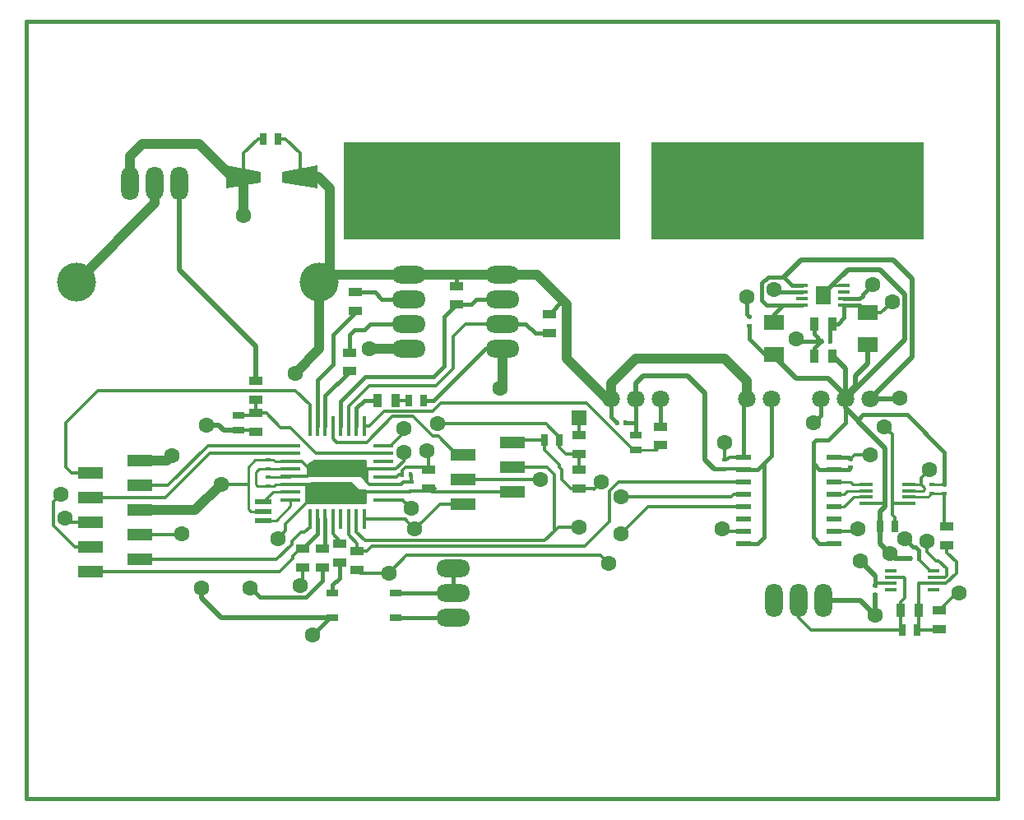
<source format=gtl>
G04 #@! TF.FileFunction,Copper,L1,Top,Signal*
%FSLAX46Y46*%
G04 Gerber Fmt 4.6, Leading zero omitted, Abs format (unit mm)*
G04 Created by KiCad (PCBNEW (2014-11-19 BZR 5293)-product) date Mo 24 Nov 2014 23:54:54 CET*
%MOMM*%
G01*
G04 APERTURE LIST*
%ADD10C,0.100000*%
%ADD11C,0.381000*%
%ADD12O,1.800860X3.500120*%
%ADD13O,3.500120X1.800860*%
%ADD14R,0.599440X0.398780*%
%ADD15R,0.398780X0.599440*%
%ADD16R,0.635000X1.143000*%
%ADD17R,2.032000X1.524000*%
%ADD18R,1.998980X0.449580*%
%ADD19R,0.449580X1.998980*%
%ADD20R,1.450000X0.450000*%
%ADD21R,2.540000X1.270000*%
%ADD22R,1.397000X0.889000*%
%ADD23R,0.889000X1.397000*%
%ADD24C,1.600200*%
%ADD25R,1.300480X0.800100*%
%ADD26R,1.500000X0.600000*%
%ADD27R,1.270000X0.381000*%
%ADD28R,1.570000X1.890000*%
%ADD29R,1.270000X0.406400*%
%ADD30R,1.500000X1.500000*%
%ADD31C,1.800000*%
%ADD32R,7.000000X10.000000*%
%ADD33R,1.143000X0.635000*%
%ADD34R,1.800000X0.600000*%
%ADD35C,4.000000*%
%ADD36R,11.000000X10.000000*%
%ADD37C,1.600000*%
%ADD38C,1.000000*%
%ADD39C,0.304800*%
%ADD40C,0.500000*%
%ADD41C,0.254000*%
%ADD42C,0.508000*%
G04 APERTURE END LIST*
D10*
D11*
X62484000Y-109855000D02*
X62484000Y-29855160D01*
X62484000Y-29855160D02*
X162483800Y-29855160D01*
X162483800Y-29855160D02*
X162483800Y-109855000D01*
X162483800Y-109855000D02*
X62484000Y-109855000D01*
D12*
X73152000Y-46482000D03*
X75692000Y-46482000D03*
X78232000Y-46482000D03*
X144526000Y-89408000D03*
X141986000Y-89408000D03*
X139446000Y-89408000D03*
D13*
X106426000Y-91186000D03*
X106426000Y-88646000D03*
X106426000Y-86106000D03*
X111506000Y-63500000D03*
X111506000Y-60960000D03*
X111506000Y-58420000D03*
X111506000Y-55880000D03*
X101854000Y-63500000D03*
X101854000Y-60960000D03*
X101854000Y-58420000D03*
X101854000Y-55880000D03*
D14*
X102108000Y-78173580D03*
X102108000Y-77274420D03*
X87376000Y-75887580D03*
X87376000Y-74988420D03*
X87376000Y-77665580D03*
X87376000Y-76766420D03*
D15*
X101150420Y-76454000D03*
X102049580Y-76454000D03*
D16*
X88392000Y-41910000D03*
X86868000Y-41910000D03*
D15*
X123248420Y-71120000D03*
X124147580Y-71120000D03*
D14*
X134366000Y-74988420D03*
X134366000Y-75887580D03*
X147320000Y-74861420D03*
X147320000Y-75760580D03*
D16*
X151892000Y-81788000D03*
X150368000Y-81788000D03*
D14*
X155702000Y-78427580D03*
X155702000Y-77528420D03*
X156972000Y-78427580D03*
X156972000Y-77528420D03*
D17*
X139446000Y-60833000D03*
X139446000Y-64135000D03*
D14*
X136906000Y-60256420D03*
X136906000Y-61155580D03*
D15*
X145229580Y-62738000D03*
X144330420Y-62738000D03*
D16*
X152654000Y-92456000D03*
X154178000Y-92456000D03*
D17*
X149098000Y-59817000D03*
X149098000Y-63119000D03*
D14*
X149860000Y-87942420D03*
X149860000Y-88841580D03*
D15*
X153474420Y-85090000D03*
X154373580Y-85090000D03*
D16*
X101854000Y-68834000D03*
X103378000Y-68834000D03*
D18*
X89672160Y-79103220D03*
X89672160Y-78303120D03*
X89672160Y-77503020D03*
X89672160Y-76702920D03*
X89672160Y-75902820D03*
X89672160Y-75102720D03*
X89672160Y-74302620D03*
X89672160Y-73502520D03*
X99237800Y-73507600D03*
X99237800Y-79121000D03*
X99237800Y-78308200D03*
X99237800Y-77495400D03*
X99237800Y-76708000D03*
X99237800Y-75895200D03*
X99237800Y-75107800D03*
X99237800Y-74295000D03*
D19*
X91663520Y-71501000D03*
X92461080Y-71501000D03*
X93263720Y-71501000D03*
X94061280Y-71501000D03*
X94863920Y-71501000D03*
X95661480Y-71501000D03*
X96464120Y-71501000D03*
X97261680Y-71501000D03*
X91668600Y-81102200D03*
X92456000Y-81102200D03*
X93268800Y-81102200D03*
X94056200Y-81102200D03*
X94843600Y-81102200D03*
X95656400Y-81102200D03*
X96469200Y-81102200D03*
X97282000Y-81102200D03*
D20*
X153330000Y-79461000D03*
X153330000Y-78811000D03*
X153330000Y-78161000D03*
X153330000Y-77511000D03*
X148930000Y-77511000D03*
X148930000Y-78161000D03*
X148930000Y-78811000D03*
X148930000Y-79461000D03*
D21*
X107442000Y-79502000D03*
X112522000Y-78232000D03*
X107442000Y-76962000D03*
X112522000Y-75692000D03*
X107442000Y-74422000D03*
X112522000Y-73152000D03*
D22*
X103886000Y-77914500D03*
X103886000Y-76009500D03*
X94742000Y-85534500D03*
X94742000Y-83629500D03*
X92964000Y-84137500D03*
X92964000Y-86042500D03*
X96520000Y-86296500D03*
X96520000Y-84391500D03*
X90932000Y-86042500D03*
X90932000Y-84137500D03*
D23*
X100520500Y-68834000D03*
X98615500Y-68834000D03*
D22*
X86106000Y-66865500D03*
X86106000Y-68770500D03*
X86106000Y-70167500D03*
X86106000Y-72072500D03*
X119380000Y-72453500D03*
X119380000Y-74358500D03*
X119380000Y-76009500D03*
X119380000Y-77914500D03*
X157226000Y-83756500D03*
X157226000Y-81851500D03*
X156464000Y-90487500D03*
X156464000Y-92392500D03*
D23*
X145478500Y-60960000D03*
X143573500Y-60960000D03*
X143573500Y-64262000D03*
X145478500Y-64262000D03*
X152463500Y-90424000D03*
X154368500Y-90424000D03*
D24*
X85558000Y-88138000D03*
X80558000Y-88138000D03*
D25*
X94030800Y-91186000D03*
X94030800Y-88646000D03*
X100533200Y-88646000D03*
X100533200Y-91186000D03*
D26*
X136320000Y-74676000D03*
X136320000Y-75946000D03*
X136320000Y-77216000D03*
X136320000Y-78486000D03*
X136320000Y-79756000D03*
X136320000Y-81026000D03*
X136320000Y-82296000D03*
X136320000Y-83566000D03*
X145620000Y-83566000D03*
X145620000Y-82296000D03*
X145620000Y-81026000D03*
X145620000Y-79756000D03*
X145620000Y-78486000D03*
X145620000Y-77216000D03*
X145620000Y-75946000D03*
X145620000Y-74676000D03*
D27*
X146685000Y-59014360D03*
X146685000Y-58364120D03*
X146685000Y-57713880D03*
X146685000Y-57063640D03*
X142367000Y-57063640D03*
X142367000Y-57713880D03*
X142367000Y-58364120D03*
X142367000Y-59014360D03*
D28*
X144526000Y-58039000D03*
D29*
X155892500Y-88353900D03*
X155892500Y-87706200D03*
X155892500Y-87045800D03*
X155892500Y-86398100D03*
X151447500Y-86398100D03*
X151447500Y-87045800D03*
X151447500Y-87706200D03*
X151447500Y-88353900D03*
D10*
G36*
X83055460Y-46996350D02*
X83055460Y-44697650D01*
X86657180Y-45297090D01*
X86657180Y-46396910D01*
X83055460Y-46996350D01*
X83055460Y-46996350D01*
G37*
G36*
X92458540Y-44697650D02*
X92458540Y-46996350D01*
X88856820Y-46396910D01*
X88856820Y-45297090D01*
X92458540Y-44697650D01*
X92458540Y-44697650D01*
G37*
D30*
X119380000Y-70612000D03*
D21*
X69088000Y-76327000D03*
X74168000Y-77597000D03*
X69088000Y-78867000D03*
X74168000Y-80137000D03*
X69088000Y-81407000D03*
X74168000Y-82677000D03*
X69088000Y-83947000D03*
X74168000Y-85217000D03*
X69088000Y-86487000D03*
X74168000Y-75057000D03*
D31*
X122682000Y-68707000D03*
X125222000Y-68707000D03*
X127762000Y-68707000D03*
D32*
X120142000Y-47244000D03*
X130302000Y-47244000D03*
D31*
X136652000Y-68707000D03*
X139192000Y-68707000D03*
X144272000Y-68707000D03*
X146812000Y-68707000D03*
X149352000Y-68707000D03*
D33*
X125222000Y-73914000D03*
X125222000Y-72390000D03*
D22*
X127762000Y-73469500D03*
X127762000Y-71564500D03*
D34*
X86868000Y-81214000D03*
X86868000Y-80264000D03*
X86868000Y-79314000D03*
D33*
X84328000Y-70358000D03*
X84328000Y-71882000D03*
D16*
X117348000Y-72898000D03*
X115824000Y-72898000D03*
D22*
X106807000Y-57086500D03*
X106807000Y-58991500D03*
X116332000Y-60007500D03*
X116332000Y-61912500D03*
X95758000Y-63944500D03*
X95758000Y-65849500D03*
X96393000Y-57721500D03*
X96393000Y-59626500D03*
D35*
X67637660Y-56642000D03*
X92636340Y-56642000D03*
D36*
X138557000Y-47244000D03*
X149352000Y-47244000D03*
X100711000Y-47244000D03*
X111506000Y-47244000D03*
D37*
X77470000Y-74549000D03*
X134366000Y-73152000D03*
X134112000Y-82042000D03*
X122428000Y-85598000D03*
X99822000Y-86614000D03*
X90678000Y-87884000D03*
X88392000Y-83058000D03*
X90170000Y-66040000D03*
X97790000Y-63500000D03*
X81026000Y-71374000D03*
X111252000Y-67564000D03*
X84836000Y-49784000D03*
X121666000Y-77216000D03*
X91948000Y-92964000D03*
X82550000Y-77470000D03*
X101324142Y-74231827D03*
X103759000Y-74041000D03*
X151638000Y-58674000D03*
X149352000Y-74422000D03*
X148082000Y-82042000D03*
X150838001Y-71568961D03*
X158496000Y-88646000D03*
X149860000Y-90932000D03*
X151384000Y-84582000D03*
X148336000Y-85344000D03*
X152400000Y-68580000D03*
X136652000Y-58166000D03*
X139446000Y-57404000D03*
X149606000Y-56896000D03*
X141732000Y-62484000D03*
X152954792Y-83104792D03*
X143510000Y-71120000D03*
X104785317Y-71264334D03*
X101346000Y-71755000D03*
X66040000Y-78486000D03*
X123698000Y-78740000D03*
X102086388Y-79979258D03*
X115443000Y-76962000D03*
X119429941Y-81881927D03*
X123698000Y-82550000D03*
X66484420Y-81023832D03*
X78486000Y-82550000D03*
X102488798Y-82087802D03*
X155194000Y-83312000D03*
X155448000Y-75946000D03*
D38*
X76962000Y-75057000D02*
X77470000Y-74549000D01*
X76962000Y-75057000D02*
X74168000Y-75057000D01*
D11*
X106807000Y-57086500D02*
X106807000Y-55880000D01*
D39*
X136320000Y-82296000D02*
X134366000Y-82296000D01*
X134366000Y-73152000D02*
X134366000Y-74988420D01*
X134366000Y-82296000D02*
X134112000Y-82042000D01*
X99822000Y-86614000D02*
X96837500Y-86614000D01*
X96837500Y-86614000D02*
X96520000Y-86296500D01*
X90932000Y-86042500D02*
X90932000Y-87630000D01*
X90932000Y-87630000D02*
X90678000Y-87884000D01*
X89672160Y-77503020D02*
X91875508Y-77503020D01*
X88392000Y-83058000D02*
X89191999Y-82258001D01*
X89191999Y-82258001D02*
X89191999Y-81539183D01*
X89191999Y-81539183D02*
X91875508Y-78855674D01*
X91875508Y-78855674D02*
X91875508Y-77503020D01*
D38*
X92636340Y-56642000D02*
X92636340Y-63573660D01*
X92636340Y-63573660D02*
X90170000Y-66040000D01*
X136652000Y-68707000D02*
X136652000Y-66802000D01*
X122682000Y-67056000D02*
X122682000Y-68707000D01*
X125222000Y-64516000D02*
X122682000Y-67056000D01*
X134366000Y-64516000D02*
X125222000Y-64516000D01*
X136652000Y-66802000D02*
X134366000Y-64516000D01*
X122682000Y-68707000D02*
X122301000Y-68707000D01*
X122301000Y-68707000D02*
X118110000Y-64516000D01*
X115062000Y-55880000D02*
X111506000Y-55880000D01*
X117729000Y-58547000D02*
X115062000Y-55880000D01*
X118110000Y-58928000D02*
X117729000Y-58547000D01*
X118110000Y-64516000D02*
X118110000Y-58928000D01*
D39*
X88392000Y-41910000D02*
X89154000Y-41910000D01*
X90657680Y-43413680D02*
X90657680Y-45847000D01*
X89154000Y-41910000D02*
X90657680Y-43413680D01*
D11*
X122682000Y-68707000D02*
X122682000Y-70553580D01*
X122682000Y-70553580D02*
X123248420Y-71120000D01*
D40*
X93398340Y-55880000D02*
X92636340Y-56642000D01*
D39*
X103886000Y-77914500D02*
X104584500Y-77914500D01*
D38*
X90657680Y-45847000D02*
X92583000Y-45847000D01*
X92583000Y-45847000D02*
X93726000Y-46990000D01*
X93726000Y-46990000D02*
X93726000Y-55552340D01*
X93726000Y-55552340D02*
X92636340Y-56642000D01*
D39*
X102108000Y-78173580D02*
X103626920Y-78173580D01*
D41*
X103626920Y-78173580D02*
X103886000Y-77914500D01*
D39*
X99237800Y-78308200D02*
X101973380Y-78308200D01*
D41*
X101973380Y-78308200D02*
X102108000Y-78173580D01*
X87376000Y-75887580D02*
X86418420Y-75887580D01*
X86301580Y-77665580D02*
X87376000Y-77665580D01*
X86106000Y-77470000D02*
X86301580Y-77665580D01*
X86106000Y-76200000D02*
X86106000Y-77470000D01*
X86418420Y-75887580D02*
X86106000Y-76200000D01*
X87376000Y-77665580D02*
X87942420Y-77665580D01*
X87942420Y-77665580D02*
X88104980Y-77503020D01*
X88104980Y-77503020D02*
X89672160Y-77503020D01*
X87376000Y-75887580D02*
X89656920Y-75887580D01*
X89656920Y-75887580D02*
X89672160Y-75902820D01*
D11*
X136320000Y-74676000D02*
X136320000Y-69039000D01*
D41*
X136320000Y-69039000D02*
X136652000Y-68707000D01*
X134366000Y-74988420D02*
X134561580Y-74988420D01*
D39*
X134561580Y-74988420D02*
X134874000Y-74676000D01*
X134874000Y-74676000D02*
X136320000Y-74676000D01*
D38*
X101600000Y-55880000D02*
X93398340Y-55880000D01*
X106807000Y-55880000D02*
X111252000Y-55880000D01*
X101600000Y-55880000D02*
X106807000Y-55880000D01*
D11*
X106807000Y-56007000D02*
X106807000Y-55880000D01*
X106807000Y-55880000D02*
X106807000Y-56007000D01*
X116332000Y-59944000D02*
X117729000Y-58547000D01*
X116332000Y-60007500D02*
X116332000Y-59944000D01*
D39*
X94267020Y-77503020D02*
X95072200Y-78308200D01*
X95072200Y-78308200D02*
X99237800Y-78308200D01*
X91875508Y-77503020D02*
X94267020Y-77503020D01*
X104203500Y-78232000D02*
X103886000Y-77914500D01*
X112522000Y-78232000D02*
X104203500Y-78232000D01*
X121628001Y-84798001D02*
X122428000Y-85598000D01*
X101637999Y-84798001D02*
X121628001Y-84798001D01*
X99822000Y-86614000D02*
X101637999Y-84798001D01*
D38*
X101854000Y-63500000D02*
X97790000Y-63500000D01*
X111252000Y-67564000D02*
X111506000Y-67310000D01*
X84856320Y-49763680D02*
X84836000Y-49784000D01*
D39*
X120904000Y-77978000D02*
X120840500Y-77914500D01*
X120840500Y-77914500D02*
X119380000Y-77914500D01*
X121666000Y-77216000D02*
X120904000Y-77978000D01*
D41*
X85344000Y-77470000D02*
X85344000Y-75692000D01*
X86047580Y-74988420D02*
X87376000Y-74988420D01*
X85344000Y-75692000D02*
X86047580Y-74988420D01*
D11*
X91948000Y-92964000D02*
X93726000Y-91186000D01*
X93726000Y-91186000D02*
X94030800Y-91186000D01*
D38*
X74168000Y-80137000D02*
X79883000Y-80137000D01*
X79883000Y-80137000D02*
X82550000Y-77470000D01*
D40*
X81026000Y-71374000D02*
X82296000Y-71374000D01*
X82804000Y-71882000D02*
X84328000Y-71882000D01*
X82296000Y-71374000D02*
X82804000Y-71882000D01*
D39*
X85344000Y-77470000D02*
X82550000Y-77470000D01*
D38*
X111506000Y-67310000D02*
X111506000Y-63500000D01*
X84856320Y-49763680D02*
X84856320Y-45847000D01*
D39*
X115824000Y-72898000D02*
X115824000Y-73914000D01*
X118554500Y-77914500D02*
X119380000Y-77914500D01*
X117602000Y-76962000D02*
X118554500Y-77914500D01*
X117602000Y-75946000D02*
X117602000Y-76962000D01*
X117348000Y-75692000D02*
X117602000Y-75946000D01*
X117348000Y-75438000D02*
X117348000Y-75692000D01*
X115824000Y-73914000D02*
X117348000Y-75438000D01*
X115824000Y-72898000D02*
X112776000Y-72898000D01*
X112776000Y-72898000D02*
X112522000Y-73152000D01*
X86868000Y-41910000D02*
X86360000Y-41910000D01*
X84856320Y-43413680D02*
X84856320Y-45847000D01*
X86360000Y-41910000D02*
X84856320Y-43413680D01*
D11*
X111506000Y-63500000D02*
X109728000Y-63500000D01*
X109728000Y-63500000D02*
X104394000Y-68834000D01*
X104394000Y-68834000D02*
X103378000Y-68834000D01*
D42*
X80558000Y-88138000D02*
X80558000Y-89194000D01*
X82550000Y-91186000D02*
X94030800Y-91186000D01*
X80558000Y-89194000D02*
X82550000Y-91186000D01*
D11*
X124147580Y-71120000D02*
X125222000Y-71120000D01*
X125222000Y-68707000D02*
X125222000Y-71120000D01*
X125222000Y-71120000D02*
X125222000Y-72390000D01*
D40*
X125222000Y-68707000D02*
X125222000Y-67056000D01*
X125222000Y-67056000D02*
X125984000Y-66294000D01*
X125984000Y-66294000D02*
X130556000Y-66294000D01*
X130556000Y-66294000D02*
X132334000Y-68072000D01*
X132334000Y-68072000D02*
X132334000Y-74930000D01*
X132334000Y-74930000D02*
X133291580Y-75887580D01*
D11*
X133291580Y-75887580D02*
X134366000Y-75887580D01*
D39*
X84328000Y-71882000D02*
X85915500Y-71882000D01*
D38*
X80264000Y-42418000D02*
X83693000Y-45847000D01*
X74422000Y-42418000D02*
X80264000Y-42418000D01*
X83693000Y-45847000D02*
X84856320Y-45847000D01*
D39*
X99237800Y-77495400D02*
X101066600Y-77495400D01*
X101066600Y-77495400D02*
X101287580Y-77274420D01*
X101287580Y-77274420D02*
X102108000Y-77274420D01*
X102108000Y-77274420D02*
X102108000Y-76512420D01*
D41*
X102108000Y-76512420D02*
X102049580Y-76454000D01*
X86868000Y-80264000D02*
X85598000Y-80264000D01*
X85344000Y-80010000D02*
X85344000Y-77470000D01*
X85598000Y-80264000D02*
X85344000Y-80010000D01*
D39*
X99237800Y-75895200D02*
X97536000Y-75895200D01*
X97536000Y-75895200D02*
X91744800Y-75895200D01*
D41*
X91744800Y-75895200D02*
X91694000Y-75946000D01*
D39*
X89672160Y-75102720D02*
X90850720Y-75102720D01*
X91445080Y-76702920D02*
X89672160Y-76702920D01*
X91694000Y-76454000D02*
X91445080Y-76702920D01*
X91694000Y-75946000D02*
X91694000Y-76454000D01*
X90850720Y-75102720D02*
X91694000Y-75946000D01*
D41*
X87376000Y-76766420D02*
X89608660Y-76766420D01*
X89608660Y-76766420D02*
X89672160Y-76702920D01*
X87376000Y-74988420D02*
X87942420Y-74988420D01*
X88056720Y-75102720D02*
X89672160Y-75102720D01*
X87942420Y-74988420D02*
X88056720Y-75102720D01*
D11*
X139192000Y-68707000D02*
X139192000Y-74549000D01*
X139192000Y-74549000D02*
X138430000Y-75311000D01*
D39*
X134366000Y-75887580D02*
X136261580Y-75887580D01*
D41*
X136261580Y-75887580D02*
X136320000Y-75946000D01*
D11*
X137795000Y-75946000D02*
X136320000Y-75946000D01*
X138430000Y-75311000D02*
X137795000Y-75946000D01*
X137795000Y-83566000D02*
X136320000Y-83566000D01*
X138430000Y-82931000D02*
X137795000Y-83566000D01*
X138430000Y-75311000D02*
X138430000Y-82931000D01*
D39*
X85915500Y-71882000D02*
X86106000Y-72072500D01*
D38*
X73152000Y-43688000D02*
X74422000Y-42418000D01*
X73152000Y-46482000D02*
X73152000Y-43688000D01*
D39*
X97536000Y-75895200D02*
X97536000Y-77216000D01*
X97536000Y-77216000D02*
X97815400Y-77495400D01*
X97815400Y-77495400D02*
X99237800Y-77495400D01*
X101324142Y-75113148D02*
X101324142Y-74231827D01*
X100542090Y-75895200D02*
X101324142Y-75113148D01*
X99237800Y-75895200D02*
X100542090Y-75895200D01*
D41*
X103568500Y-75692000D02*
X103886000Y-76009500D01*
D39*
X101150420Y-76454000D02*
X100838000Y-76454000D01*
X100584000Y-76708000D02*
X99237800Y-76708000D01*
X100838000Y-76454000D02*
X100584000Y-76708000D01*
X101535566Y-75692000D02*
X103568500Y-75692000D01*
X101150420Y-76077146D02*
X101535566Y-75692000D01*
X101150420Y-76454000D02*
X101150420Y-76077146D01*
X103886000Y-76009500D02*
X103886000Y-74168000D01*
X103886000Y-74168000D02*
X103759000Y-74041000D01*
X150495000Y-59817000D02*
X151638000Y-58674000D01*
X149098000Y-59817000D02*
X150495000Y-59817000D01*
X149352000Y-74422000D02*
X147759420Y-74422000D01*
X147759420Y-74422000D02*
X147320000Y-74861420D01*
X145620000Y-82296000D02*
X147828000Y-82296000D01*
X147828000Y-82296000D02*
X148082000Y-82042000D01*
D11*
X145229580Y-62738000D02*
X145229580Y-61208920D01*
X145229580Y-61208920D02*
X145478500Y-60960000D01*
X146685000Y-59014360D02*
X146685000Y-60325000D01*
X146050000Y-60960000D02*
X145478500Y-60960000D01*
X146685000Y-60325000D02*
X146050000Y-60960000D01*
X146685000Y-59014360D02*
X148295360Y-59014360D01*
X148295360Y-59014360D02*
X149098000Y-59817000D01*
X147134580Y-74676000D02*
X147320000Y-74861420D01*
X145620000Y-74676000D02*
X147134580Y-74676000D01*
D39*
X151892000Y-80911700D02*
X151638000Y-80657700D01*
X151892000Y-81788000D02*
X151892000Y-80911700D01*
X151638000Y-72368960D02*
X150838001Y-71568961D01*
X151647552Y-79461000D02*
X153330000Y-79461000D01*
X151638000Y-79470552D02*
X151647552Y-79461000D01*
X151638000Y-80657700D02*
X151638000Y-79470552D01*
X151638000Y-79470552D02*
X151638000Y-72368960D01*
D40*
X147033000Y-55372000D02*
X144526000Y-57879000D01*
X144526000Y-57879000D02*
X144526000Y-58039000D01*
X152942001Y-57946001D02*
X150368000Y-55372000D01*
X146812000Y-68707000D02*
X152942001Y-62576999D01*
X152942001Y-62576999D02*
X152942001Y-57946001D01*
X150368000Y-55372000D02*
X147033000Y-55372000D01*
D39*
X148930000Y-79461000D02*
X150876000Y-79461000D01*
X150876000Y-79461000D02*
X150876000Y-79502000D01*
D40*
X150876000Y-78740000D02*
X150876000Y-79502000D01*
X150876000Y-79502000D02*
X150876000Y-79756000D01*
X150368000Y-80264000D02*
X150368000Y-81788000D01*
X150876000Y-79756000D02*
X150368000Y-80264000D01*
D42*
X148082000Y-70866000D02*
X146812000Y-69596000D01*
X146812000Y-68707000D02*
X146812000Y-69596000D01*
D40*
X149098000Y-63119000D02*
X149098000Y-65024000D01*
X147828000Y-67310000D02*
X146812000Y-68326000D01*
X147828000Y-66294000D02*
X147828000Y-67310000D01*
X149098000Y-65024000D02*
X147828000Y-66294000D01*
X146812000Y-68326000D02*
X146812000Y-68707000D01*
X145478500Y-64262000D02*
X145542000Y-64262000D01*
X145542000Y-64262000D02*
X146812000Y-65532000D01*
X146812000Y-65532000D02*
X146812000Y-68707000D01*
X139446000Y-64135000D02*
X139446000Y-64262000D01*
X139446000Y-64262000D02*
X141732000Y-66548000D01*
X145034000Y-66548000D02*
X146812000Y-68326000D01*
X141732000Y-66548000D02*
X145034000Y-66548000D01*
X146812000Y-68326000D02*
X146812000Y-68707000D01*
D11*
X139446000Y-64135000D02*
X138557000Y-64135000D01*
X138557000Y-64135000D02*
X136906000Y-62484000D01*
X136906000Y-62484000D02*
X136906000Y-61155580D01*
D41*
X146685000Y-57063640D02*
X145501360Y-57063640D01*
X145501360Y-57063640D02*
X144526000Y-58039000D01*
D40*
X144526000Y-89408000D02*
X148336000Y-89408000D01*
X148336000Y-89408000D02*
X149860000Y-90932000D01*
D39*
X156464000Y-90487500D02*
X156464000Y-90424000D01*
X156464000Y-90424000D02*
X158242000Y-88646000D01*
X158242000Y-88646000D02*
X158496000Y-88646000D01*
D41*
X155702000Y-77528420D02*
X155802330Y-77528420D01*
D40*
X150368000Y-81788000D02*
X150368000Y-83566000D01*
X150368000Y-83566000D02*
X151384000Y-84582000D01*
X149860000Y-88841580D02*
X149860000Y-90932000D01*
X151892000Y-85090000D02*
X153474420Y-85090000D01*
X151384000Y-84582000D02*
X151892000Y-85090000D01*
D11*
X143510000Y-75311000D02*
X144145000Y-75946000D01*
X143510000Y-82931000D02*
X144145000Y-83566000D01*
X143510000Y-75311000D02*
X143510000Y-82931000D01*
X146812000Y-68707000D02*
X146812000Y-71120000D01*
X143510000Y-73152000D02*
X143510000Y-75311000D01*
X143764000Y-72898000D02*
X143510000Y-73152000D01*
X145034000Y-72898000D02*
X143764000Y-72898000D01*
X146812000Y-71120000D02*
X145034000Y-72898000D01*
D41*
X156972000Y-77528420D02*
X155702000Y-77528420D01*
D11*
X147134580Y-75946000D02*
X147320000Y-75760580D01*
X145620000Y-75946000D02*
X147134580Y-75946000D01*
X144145000Y-75946000D02*
X145620000Y-75946000D01*
X144145000Y-83566000D02*
X145620000Y-83566000D01*
D42*
X150876000Y-73755053D02*
X148082000Y-70961053D01*
X150876000Y-78740000D02*
X150876000Y-73755053D01*
X148082000Y-70961053D02*
X148082000Y-70866000D01*
D11*
X148082000Y-70866000D02*
X148623540Y-70324460D01*
X148623540Y-70324460D02*
X153128460Y-70324460D01*
X153128460Y-70324460D02*
X156972000Y-74168000D01*
X156972000Y-74168000D02*
X156972000Y-76948030D01*
X156972000Y-76948030D02*
X156972000Y-77528420D01*
D39*
X156972000Y-78427580D02*
X156972000Y-81597500D01*
X156972000Y-81597500D02*
X157226000Y-81851500D01*
D41*
X153330000Y-78811000D02*
X155318580Y-78811000D01*
X155318580Y-78811000D02*
X155702000Y-78427580D01*
X155702000Y-78427580D02*
X156972000Y-78427580D01*
D40*
X151696321Y-54363990D02*
X142242368Y-54363990D01*
X153696011Y-56363680D02*
X151696321Y-54363990D01*
X153696011Y-64362989D02*
X153696011Y-56363680D01*
X149352000Y-68707000D02*
X153696011Y-64362989D01*
X142242368Y-54363990D02*
X140446859Y-56159499D01*
X149352000Y-68707000D02*
X152273000Y-68707000D01*
D11*
X149860000Y-86868000D02*
X149860000Y-87942420D01*
D40*
X148336000Y-85344000D02*
X149860000Y-86868000D01*
X152273000Y-68707000D02*
X152400000Y-68580000D01*
D11*
X138706498Y-59014360D02*
X140375640Y-59014360D01*
X138201499Y-58509361D02*
X138706498Y-59014360D01*
X138201499Y-56806639D02*
X138201499Y-58509361D01*
X138848639Y-56159499D02*
X138201499Y-56806639D01*
X141351000Y-57063640D02*
X140446859Y-56159499D01*
X140446859Y-56159499D02*
X138848639Y-56159499D01*
X142367000Y-57063640D02*
X141351000Y-57063640D01*
X139446000Y-60833000D02*
X139446000Y-59944000D01*
X139446000Y-59944000D02*
X140375640Y-59014360D01*
X140375640Y-59014360D02*
X142367000Y-59014360D01*
D39*
X151447500Y-87706200D02*
X150096220Y-87706200D01*
X150096220Y-87706200D02*
X149860000Y-87942420D01*
D11*
X136652000Y-58166000D02*
X136652000Y-60002420D01*
X136652000Y-60002420D02*
X136906000Y-60256420D01*
X142367000Y-57713880D02*
X139755880Y-57713880D01*
X139755880Y-57713880D02*
X139446000Y-57404000D01*
X144330420Y-62738000D02*
X141986000Y-62738000D01*
X148295360Y-58379358D02*
X146685000Y-58379358D01*
X148590000Y-58084718D02*
X148295360Y-58379358D01*
X148590000Y-57912000D02*
X148590000Y-58084718D01*
X149606000Y-56896000D02*
X148590000Y-57912000D01*
X141986000Y-62738000D02*
X141732000Y-62484000D01*
X146685000Y-58379358D02*
X146685000Y-58364120D01*
X144330420Y-62738000D02*
X144272000Y-62738000D01*
X144272000Y-62738000D02*
X143573500Y-63436500D01*
X143573500Y-63436500D02*
X143573500Y-64262000D01*
X144272000Y-62738000D02*
X143573500Y-62039500D01*
X143573500Y-62039500D02*
X143573500Y-60960000D01*
D39*
X152654000Y-92456000D02*
X143256000Y-92456000D01*
X141986000Y-91186000D02*
X141986000Y-89408000D01*
X143256000Y-92456000D02*
X141986000Y-91186000D01*
X152463500Y-90424000D02*
X152463500Y-92265500D01*
X152463500Y-92265500D02*
X152654000Y-92456000D01*
X151447500Y-87045800D02*
X152831800Y-87045800D01*
X152463500Y-89598500D02*
X152463500Y-90424000D01*
X152908000Y-89154000D02*
X152463500Y-89598500D01*
X152908000Y-87122000D02*
X152908000Y-89154000D01*
X152831800Y-87045800D02*
X152908000Y-87122000D01*
X154178000Y-92456000D02*
X156400500Y-92456000D01*
X156400500Y-92456000D02*
X156464000Y-92392500D01*
X156832300Y-87706200D02*
X155892500Y-87706200D01*
X158229300Y-86654976D02*
X157178076Y-87706200D01*
X157178076Y-87706200D02*
X156832300Y-87706200D01*
X158229300Y-85509100D02*
X158229300Y-86654976D01*
X157226000Y-84505800D02*
X158229300Y-85509100D01*
X157226000Y-83756500D02*
X157226000Y-84505800D01*
X154368500Y-90424000D02*
X154368500Y-92265500D01*
X154368500Y-92265500D02*
X154178000Y-92456000D01*
X155892500Y-87706200D02*
X154355800Y-87706200D01*
X154368500Y-87718900D02*
X154368500Y-90424000D01*
X154355800Y-87706200D02*
X154368500Y-87718900D01*
D11*
X154008791Y-83904791D02*
X154373580Y-84269580D01*
X154373580Y-84269580D02*
X154373580Y-85090000D01*
X152954792Y-83104792D02*
X153754791Y-83904791D01*
X153754791Y-83904791D02*
X154008791Y-83904791D01*
X144272000Y-68707000D02*
X144272000Y-70358000D01*
X144272000Y-70358000D02*
X143510000Y-71120000D01*
D39*
X154373580Y-85190330D02*
X155581350Y-86398100D01*
X154373580Y-85090000D02*
X154373580Y-85190330D01*
X155581350Y-86398100D02*
X155892500Y-86398100D01*
X100520500Y-68834000D02*
X101854000Y-68834000D01*
D38*
X75692000Y-46482000D02*
X75692000Y-48587660D01*
X75692000Y-48587660D02*
X67637660Y-56642000D01*
D41*
X89672160Y-79103220D02*
X89672160Y-79745840D01*
X88204000Y-81214000D02*
X86868000Y-81214000D01*
X89672160Y-79745840D02*
X88204000Y-81214000D01*
X89672160Y-78303120D02*
X87878880Y-78303120D01*
X87878880Y-78303120D02*
X86868000Y-79314000D01*
D39*
X89672160Y-74302620D02*
X81399380Y-74302620D01*
X76835000Y-78867000D02*
X69088000Y-78867000D01*
X81399380Y-74302620D02*
X76835000Y-78867000D01*
X89672160Y-73502520D02*
X81183480Y-73502520D01*
X77089000Y-77597000D02*
X74168000Y-77597000D01*
X81183480Y-73502520D02*
X77089000Y-77597000D01*
X117348000Y-72898000D02*
X117348000Y-73660000D01*
X118046500Y-74358500D02*
X119380000Y-74358500D01*
X117348000Y-73660000D02*
X118046500Y-74358500D01*
X119380000Y-74358500D02*
X119380000Y-76009500D01*
X117348000Y-72644000D02*
X115968334Y-71264334D01*
X105916687Y-71264334D02*
X104785317Y-71264334D01*
X117348000Y-72898000D02*
X117348000Y-72644000D01*
X115968334Y-71264334D02*
X105916687Y-71264334D01*
X99237800Y-73507600D02*
X100012500Y-73507600D01*
X101346000Y-72174100D02*
X101346000Y-71755000D01*
X100012500Y-73507600D02*
X101346000Y-72174100D01*
X67513200Y-83947000D02*
X65278000Y-81711800D01*
X69088000Y-83947000D02*
X67513200Y-83947000D01*
X65278000Y-79248000D02*
X66040000Y-78486000D01*
X65278000Y-81711800D02*
X65278000Y-79248000D01*
X135011200Y-78740000D02*
X123698000Y-78740000D01*
X136320000Y-78486000D02*
X135265200Y-78486000D01*
X135265200Y-78486000D02*
X135011200Y-78740000D01*
X107442000Y-76962000D02*
X106680000Y-76962000D01*
X107442000Y-76962000D02*
X106807000Y-76962000D01*
X101228130Y-79121000D02*
X101286389Y-79179259D01*
X101286389Y-79179259D02*
X102086388Y-79979258D01*
X99237800Y-79121000D02*
X101228130Y-79121000D01*
X115443000Y-76962000D02*
X107442000Y-76962000D01*
X84328000Y-70358000D02*
X85915500Y-70358000D01*
X86106000Y-68770500D02*
X86106000Y-70167500D01*
X85915500Y-70358000D02*
X86106000Y-70167500D01*
X99237800Y-74295000D02*
X92329000Y-74295000D01*
X92329000Y-74295000D02*
X89662000Y-71628000D01*
X89662000Y-71628000D02*
X88646000Y-71628000D01*
X88646000Y-71628000D02*
X87185500Y-70167500D01*
X87185500Y-70167500D02*
X86106000Y-70167500D01*
X67183000Y-76327000D02*
X69088000Y-76327000D01*
X66548000Y-75692000D02*
X67183000Y-76327000D01*
X69850000Y-67818000D02*
X66548000Y-71120000D01*
X66548000Y-71120000D02*
X66548000Y-75692000D01*
X91663520Y-71501000D02*
X91663520Y-69311520D01*
X91663520Y-69311520D02*
X90170000Y-67818000D01*
X90170000Y-67818000D02*
X69850000Y-67818000D01*
D11*
X92461080Y-66796920D02*
X92461080Y-71501000D01*
X94107000Y-65151000D02*
X92461080Y-66796920D01*
X94107000Y-62103000D02*
X94107000Y-65151000D01*
X96393000Y-59817000D02*
X94107000Y-62103000D01*
X96393000Y-59626500D02*
X96393000Y-59817000D01*
X93263720Y-68407280D02*
X93263720Y-71501000D01*
X95758000Y-65913000D02*
X93263720Y-68407280D01*
X95758000Y-65849500D02*
X95758000Y-65913000D01*
D39*
X106426000Y-74422000D02*
X107442000Y-74422000D01*
X100190289Y-70497711D02*
X97536000Y-73152000D01*
X97536000Y-73152000D02*
X94407990Y-73152000D01*
X102287485Y-70497711D02*
X100190289Y-70497711D01*
X107442000Y-74422000D02*
X106807000Y-74422000D01*
X104306595Y-72516821D02*
X102287485Y-70497711D01*
X106807000Y-74422000D02*
X104901821Y-72516821D01*
X94061280Y-72805290D02*
X94061280Y-71501000D01*
X94407990Y-73152000D02*
X94061280Y-72805290D01*
X104901821Y-72516821D02*
X104306595Y-72516821D01*
D11*
X98615500Y-68834000D02*
X97282000Y-68834000D01*
X96464120Y-69651880D02*
X96464120Y-71501000D01*
X97282000Y-68834000D02*
X96464120Y-69651880D01*
D41*
X125222000Y-73914000D02*
X127317500Y-73914000D01*
X127317500Y-73914000D02*
X127762000Y-73469500D01*
D39*
X105160023Y-69088000D02*
X120142000Y-69088000D01*
X97261680Y-71501000D02*
X97791270Y-71501000D01*
X99353369Y-69938901D02*
X104309122Y-69938901D01*
X104309122Y-69938901D02*
X105160023Y-69088000D01*
X120142000Y-69088000D02*
X124968000Y-73914000D01*
X124968000Y-73914000D02*
X125222000Y-73914000D01*
X97791270Y-71501000D02*
X99353369Y-69938901D01*
X74168000Y-85217000D02*
X88272474Y-85217000D01*
X90788488Y-82406490D02*
X91139010Y-82406490D01*
X88272474Y-85217000D02*
X89827099Y-83662375D01*
X89827099Y-83662375D02*
X89827099Y-83367879D01*
X89827099Y-83367879D02*
X90788488Y-82406490D01*
X91139010Y-82406490D02*
X91668600Y-81876900D01*
X91668600Y-81876900D02*
X91668600Y-81102200D01*
D11*
X92456000Y-81102200D02*
X92456000Y-82613500D01*
X92456000Y-82613500D02*
X90932000Y-84137500D01*
D39*
X90678000Y-84137500D02*
X90932000Y-84137500D01*
X89928700Y-84886800D02*
X90678000Y-84137500D01*
X89928700Y-85140800D02*
X89928700Y-84886800D01*
X88582500Y-86487000D02*
X89928700Y-85140800D01*
X69088000Y-86487000D02*
X88582500Y-86487000D01*
D11*
X93268800Y-81102200D02*
X93268800Y-83832700D01*
X93268800Y-83832700D02*
X92964000Y-84137500D01*
D39*
X94056200Y-81102200D02*
X94056200Y-82626200D01*
X94056200Y-82626200D02*
X94742000Y-83312000D01*
X94742000Y-83312000D02*
X94742000Y-83629500D01*
X96837500Y-84074000D02*
X96520000Y-84391500D01*
X95656400Y-81102200D02*
X95656400Y-82702400D01*
X96520000Y-83566000D02*
X96520000Y-84391500D01*
X95656400Y-82702400D02*
X96520000Y-83566000D01*
X97523300Y-84391500D02*
X96520000Y-84391500D01*
X136320000Y-77216000D02*
X123436526Y-77216000D01*
X123436526Y-77216000D02*
X122491599Y-78160927D01*
X98061787Y-83853013D02*
X97523300Y-84391500D01*
X122491599Y-78160927D02*
X122491599Y-81351073D01*
X119989659Y-83853013D02*
X98061787Y-83853013D01*
X122491599Y-81351073D02*
X119989659Y-83853013D01*
X117254073Y-81881927D02*
X118298571Y-81881927D01*
X116840000Y-82296000D02*
X117254073Y-81881927D01*
X118298571Y-81881927D02*
X119429941Y-81881927D01*
X136320000Y-79756000D02*
X126492000Y-79756000D01*
X126492000Y-79756000D02*
X123698000Y-82550000D01*
X69088000Y-81407000D02*
X66867588Y-81407000D01*
X66867588Y-81407000D02*
X66484420Y-81023832D01*
X116078000Y-75692000D02*
X116840000Y-76454000D01*
X116840000Y-76454000D02*
X116840000Y-81026000D01*
X116840000Y-81026000D02*
X116840000Y-82296000D01*
X112522000Y-75692000D02*
X116078000Y-75692000D01*
X96469200Y-82406490D02*
X96469200Y-81102200D01*
X115841797Y-83294203D02*
X97356913Y-83294203D01*
X97356913Y-83294203D02*
X96469200Y-82406490D01*
X116840000Y-82296000D02*
X115841797Y-83294203D01*
X74168000Y-82677000D02*
X78359000Y-82677000D01*
X78486000Y-82550000D02*
X78359000Y-82677000D01*
X105074600Y-79502000D02*
X103288797Y-81287803D01*
X107442000Y-79502000D02*
X105074600Y-79502000D01*
X103288797Y-81287803D02*
X102488798Y-82087802D01*
X97282000Y-81102200D02*
X101503196Y-81102200D01*
X101688799Y-81287803D02*
X102488798Y-82087802D01*
X101503196Y-81102200D02*
X101688799Y-81287803D01*
X157226000Y-86868000D02*
X157048200Y-87045800D01*
X157048200Y-87045800D02*
X155892500Y-87045800D01*
X157226000Y-86161878D02*
X157226000Y-86868000D01*
X156094630Y-85344000D02*
X156408122Y-85344000D01*
X156408122Y-85344000D02*
X157226000Y-86161878D01*
X155194000Y-83312000D02*
X155194000Y-84443370D01*
X155194000Y-84443370D02*
X156094630Y-85344000D01*
X154600000Y-76794000D02*
X155448000Y-75946000D01*
X154600000Y-77511000D02*
X154600000Y-76794000D01*
D41*
X153330000Y-77511000D02*
X154600000Y-77511000D01*
X154757000Y-78161000D02*
X153330000Y-78161000D01*
X154940000Y-77978000D02*
X154757000Y-78161000D01*
X154940000Y-77851000D02*
X154940000Y-77978000D01*
X154600000Y-77511000D02*
X154940000Y-77851000D01*
X148930000Y-77511000D02*
X147615000Y-77511000D01*
X147320000Y-77216000D02*
X145620000Y-77216000D01*
X147615000Y-77511000D02*
X147320000Y-77216000D01*
X148930000Y-78161000D02*
X147010000Y-78161000D01*
X146685000Y-78486000D02*
X145620000Y-78486000D01*
X147010000Y-78161000D02*
X146685000Y-78486000D01*
X148930000Y-78811000D02*
X147630000Y-78811000D01*
X146685000Y-79756000D02*
X145620000Y-79756000D01*
X147320000Y-79121000D02*
X146685000Y-79756000D01*
X147630000Y-78811000D02*
X147320000Y-79121000D01*
D40*
X78232000Y-46482000D02*
X78232000Y-55372000D01*
X78232000Y-55372000D02*
X86106000Y-63246000D01*
X86106000Y-63246000D02*
X86106000Y-66865500D01*
D11*
X100533200Y-91186000D02*
X106426000Y-91186000D01*
X106426000Y-88646000D02*
X106426000Y-86106000D01*
X100533200Y-88646000D02*
X106426000Y-88646000D01*
X94742000Y-85534500D02*
X94742000Y-87122000D01*
X94030800Y-87833200D02*
X94030800Y-88646000D01*
X94742000Y-87122000D02*
X94030800Y-87833200D01*
X91275361Y-89128501D02*
X86548501Y-89128501D01*
X92964000Y-87439862D02*
X91275361Y-89128501D01*
X92964000Y-86042500D02*
X92964000Y-87439862D01*
X86358099Y-88938099D02*
X85558000Y-88138000D01*
X86548501Y-89128501D02*
X86358099Y-88938099D01*
D39*
X119380000Y-72453500D02*
X119380000Y-70612000D01*
X130429000Y-47117000D02*
X130302000Y-47244000D01*
D41*
X138557000Y-47244000D02*
X149352000Y-47244000D01*
X130302000Y-47244000D02*
X138557000Y-47244000D01*
D39*
X120015000Y-47117000D02*
X120142000Y-47244000D01*
D41*
X111506000Y-47244000D02*
X120142000Y-47244000D01*
X100711000Y-47244000D02*
X111506000Y-47244000D01*
D11*
X127762000Y-68707000D02*
X127762000Y-71564500D01*
X105537000Y-60261500D02*
X106807000Y-58991500D01*
X94863920Y-71501000D02*
X94863920Y-68966080D01*
X97409000Y-66421000D02*
X94863920Y-68966080D01*
X104394000Y-66421000D02*
X97409000Y-66421000D01*
X105537000Y-65278000D02*
X104394000Y-66421000D01*
X105537000Y-60833000D02*
X105537000Y-65278000D01*
X105537000Y-60833000D02*
X105537000Y-60261500D01*
X108267500Y-58991500D02*
X108839000Y-58420000D01*
X108839000Y-58420000D02*
X111506000Y-58420000D01*
X106807000Y-58991500D02*
X108267500Y-58991500D01*
D39*
X111252000Y-60960000D02*
X107696000Y-60960000D01*
X95661480Y-69438520D02*
X95661480Y-71501000D01*
X97790000Y-67310000D02*
X95661480Y-69438520D01*
X104648000Y-67310000D02*
X97790000Y-67310000D01*
X106426000Y-65532000D02*
X104648000Y-67310000D01*
X106426000Y-62230000D02*
X106426000Y-65532000D01*
X107696000Y-60960000D02*
X106426000Y-62230000D01*
D11*
X113919000Y-60960000D02*
X114871500Y-61912500D01*
X114871500Y-61912500D02*
X116332000Y-61912500D01*
X111506000Y-60960000D02*
X113919000Y-60960000D01*
X97917000Y-60960000D02*
X97282000Y-61595000D01*
X97282000Y-61595000D02*
X96266000Y-61595000D01*
X96266000Y-61595000D02*
X95758000Y-62103000D01*
X95758000Y-62103000D02*
X95758000Y-63944500D01*
X101854000Y-60960000D02*
X97917000Y-60960000D01*
X99060000Y-58420000D02*
X98361500Y-57721500D01*
X98361500Y-57721500D02*
X96393000Y-57721500D01*
X101854000Y-58420000D02*
X99060000Y-58420000D01*
D41*
G36*
X97409000Y-79375000D02*
X91313000Y-79375000D01*
X91313000Y-77490320D01*
X91445080Y-77490320D01*
X91746405Y-77430383D01*
X91877182Y-77343000D01*
X95832395Y-77343000D01*
X96594395Y-78105000D01*
X97337680Y-78105000D01*
X97409000Y-78152654D01*
X97409000Y-79375000D01*
X97409000Y-79375000D01*
G37*
X97409000Y-79375000D02*
X91313000Y-79375000D01*
X91313000Y-77490320D01*
X91445080Y-77490320D01*
X91746405Y-77430383D01*
X91877182Y-77343000D01*
X95832395Y-77343000D01*
X96594395Y-78105000D01*
X97337680Y-78105000D01*
X97409000Y-78152654D01*
X97409000Y-79375000D01*
G36*
X97409000Y-77119220D02*
X96960484Y-76581000D01*
X91440000Y-76581000D01*
X91440000Y-75505968D01*
X92113453Y-75057000D01*
X92201305Y-75057000D01*
X92329000Y-75082400D01*
X97409000Y-75082400D01*
X97409000Y-77119220D01*
X97409000Y-77119220D01*
G37*
X97409000Y-77119220D02*
X96960484Y-76581000D01*
X91440000Y-76581000D01*
X91440000Y-75505968D01*
X92113453Y-75057000D01*
X92201305Y-75057000D01*
X92329000Y-75082400D01*
X97409000Y-75082400D01*
X97409000Y-77119220D01*
M02*

</source>
